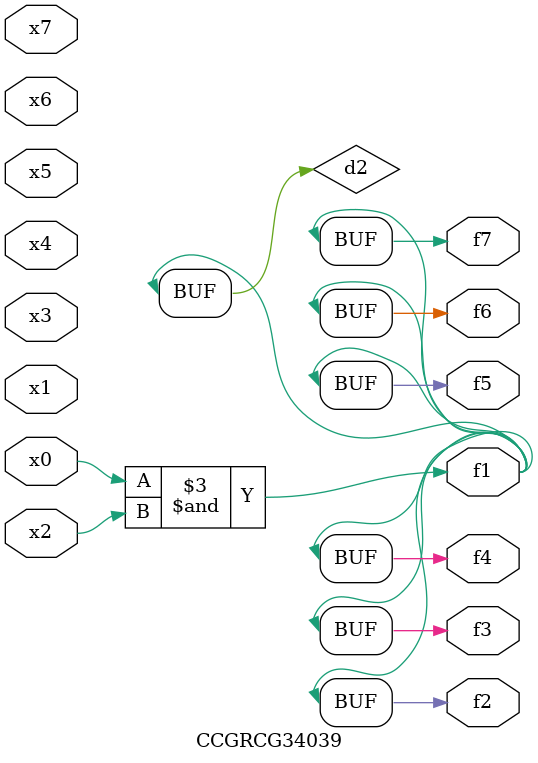
<source format=v>
module CCGRCG34039(
	input x0, x1, x2, x3, x4, x5, x6, x7,
	output f1, f2, f3, f4, f5, f6, f7
);

	wire d1, d2;

	nor (d1, x3, x6);
	and (d2, x0, x2);
	assign f1 = d2;
	assign f2 = d2;
	assign f3 = d2;
	assign f4 = d2;
	assign f5 = d2;
	assign f6 = d2;
	assign f7 = d2;
endmodule

</source>
